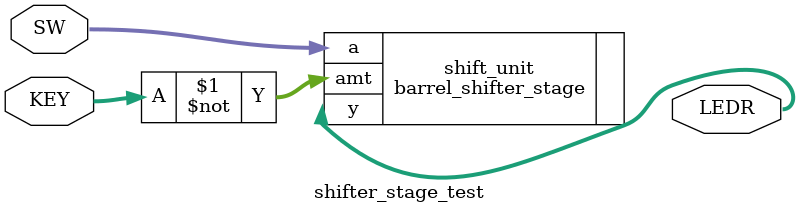
<source format=v>
module shifter_stage_test
	(
		input wire [2:0] KEY,
		input wire [7:0] SW,
		output wire [7:0] LEDR
	);
	
	// instantiate shifter
	barrel_shifter_stage shift_unit
		(.a(SW), .amt(~KEY), .y(LEDR));
endmodule

</source>
